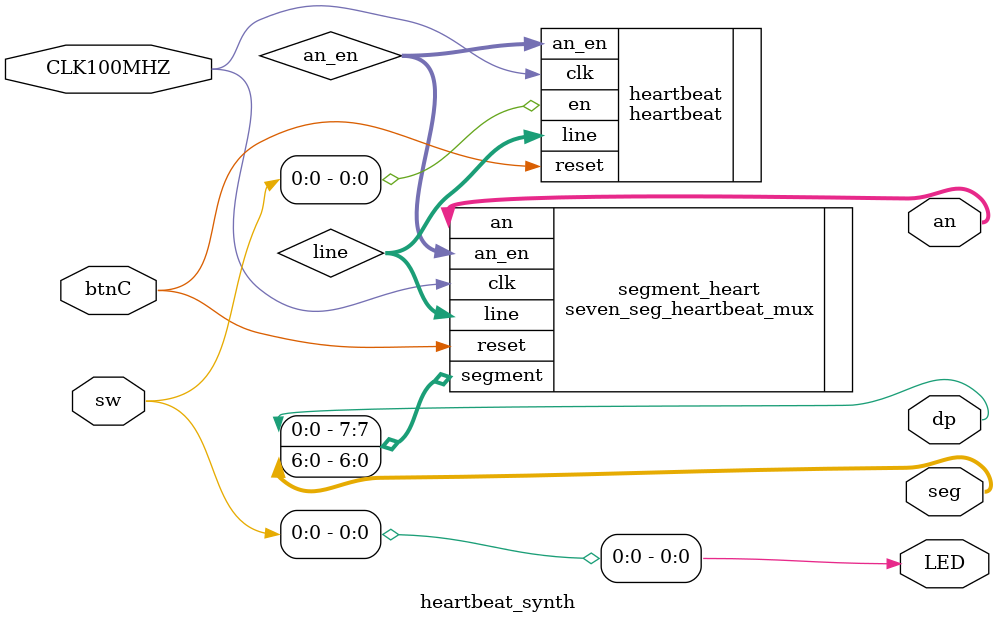
<source format=v>
`timescale 1ns / 1ps


module heartbeat_synth(
    input CLK100MHZ,
    input btnC,
    input [15:0] sw,
    output [15:0] LED,
    output [3:0] an,
    output dp,
    output [6:0] seg
    );
    
    wire [3:0] an_en;
    wire [3:0] line;
    
    assign LED[0] = sw[0];
    
    heartbeat heartbeat(.clk(CLK100MHZ), .reset(btnC), .en(sw[0]), .an_en(an_en), .line(line));
    
    seven_seg_heartbeat_mux segment_heart(.clk(CLK100MHZ), .reset(btnC), .line(line), .an_en(an_en), .an(an), .segment({dp, seg}));
    
endmodule

</source>
